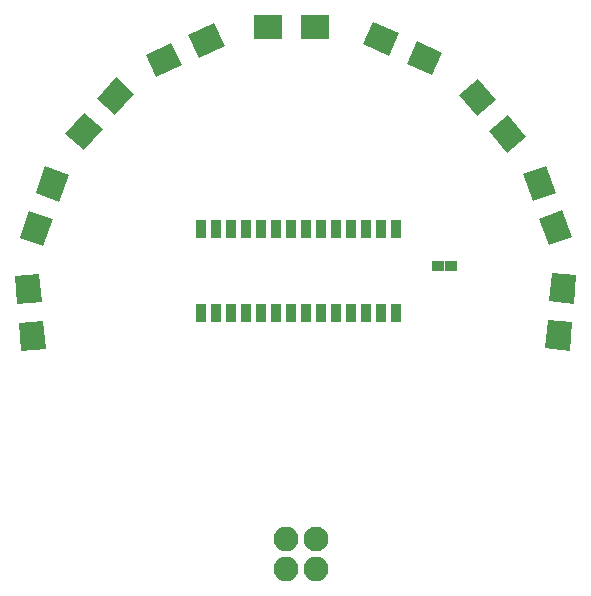
<source format=gbs>
G04 #@! TF.FileFunction,Soldermask,Bot*
%FSLAX46Y46*%
G04 Gerber Fmt 4.6, Leading zero omitted, Abs format (unit mm)*
G04 Created by KiCad (PCBNEW 4.0.7) date 05/30/18 20:17:34*
%MOMM*%
%LPD*%
G01*
G04 APERTURE LIST*
%ADD10C,0.100000*%
%ADD11R,0.908000X1.543000*%
%ADD12C,2.100000*%
%ADD13O,2.100000X2.100000*%
%ADD14R,1.000000X0.900000*%
%ADD15R,2.400000X2.100000*%
G04 APERTURE END LIST*
D10*
D11*
X91097100Y-94957900D03*
X92367100Y-94957900D03*
X93637100Y-94957900D03*
X94907100Y-94957900D03*
X96177100Y-94957900D03*
X97447100Y-94957900D03*
X98717100Y-94957900D03*
X99987100Y-94957900D03*
X101257100Y-94957900D03*
X102527100Y-94957900D03*
X103797100Y-94957900D03*
X105067100Y-94957900D03*
X106337100Y-94957900D03*
X107607100Y-94957900D03*
X107607100Y-102069900D03*
X106337100Y-102069900D03*
X105067100Y-102069900D03*
X103797100Y-102069900D03*
X102527100Y-102069900D03*
X101257100Y-102069900D03*
X99987100Y-102069900D03*
X98717100Y-102069900D03*
X97447100Y-102069900D03*
X96177100Y-102069900D03*
X94907100Y-102069900D03*
X93637100Y-102069900D03*
X92367100Y-102069900D03*
X91097100Y-102069900D03*
D12*
X100850700Y-121272300D03*
D13*
X100850700Y-123812300D03*
X98310700Y-121272300D03*
X98310700Y-123812300D03*
D14*
X112310000Y-98120200D03*
X111210000Y-98120200D03*
D10*
G36*
X111554419Y-80047534D02*
X110700272Y-81965980D01*
X108507763Y-80989812D01*
X109361910Y-79071366D01*
X111554419Y-80047534D01*
X111554419Y-80047534D01*
G37*
G36*
X107900237Y-78420588D02*
X107046090Y-80339034D01*
X104853581Y-79362866D01*
X105707728Y-77444420D01*
X107900237Y-78420588D01*
X107900237Y-78420588D01*
G37*
G36*
X75332298Y-98960891D02*
X77424307Y-98777864D01*
X77633480Y-101168731D01*
X75541471Y-101351758D01*
X75332298Y-98960891D01*
X75332298Y-98960891D01*
G37*
G36*
X75680920Y-102945669D02*
X77772929Y-102762642D01*
X77982102Y-105153509D01*
X75890093Y-105336536D01*
X75680920Y-102945669D01*
X75680920Y-102945669D01*
G37*
G36*
X77933387Y-89699463D02*
X79906741Y-90417705D01*
X79085893Y-92672967D01*
X77112539Y-91954725D01*
X77933387Y-89699463D01*
X77933387Y-89699463D01*
G37*
G36*
X76565307Y-93458233D02*
X78538661Y-94176475D01*
X77717813Y-96431737D01*
X75744459Y-95713495D01*
X76565307Y-93458233D01*
X76565307Y-93458233D01*
G37*
G36*
X83910916Y-82161749D02*
X85471520Y-83566923D01*
X83865606Y-85350471D01*
X82305002Y-83945297D01*
X83910916Y-82161749D01*
X83910916Y-82161749D01*
G37*
G36*
X81234394Y-85134329D02*
X82794998Y-86539503D01*
X81189084Y-88323051D01*
X79628480Y-86917877D01*
X81234394Y-85134329D01*
X81234394Y-85134329D01*
G37*
G36*
X92220036Y-77553598D02*
X93107535Y-79456844D01*
X90932396Y-80471128D01*
X90044897Y-78567882D01*
X92220036Y-77553598D01*
X92220036Y-77553598D01*
G37*
G36*
X88594804Y-79244072D02*
X89482303Y-81147318D01*
X87307164Y-82161602D01*
X86419665Y-80258356D01*
X88594804Y-79244072D01*
X88594804Y-79244072D01*
G37*
D15*
X100755200Y-77876400D03*
X96755200Y-77876400D03*
D10*
G36*
X118634467Y-87171215D02*
X117025773Y-88521069D01*
X115483083Y-86682563D01*
X117091777Y-85332709D01*
X118634467Y-87171215D01*
X118634467Y-87171215D01*
G37*
G36*
X116063317Y-84107037D02*
X114454623Y-85456891D01*
X112911933Y-83618385D01*
X114520627Y-82268531D01*
X116063317Y-84107037D01*
X116063317Y-84107037D01*
G37*
G36*
X122527941Y-95662695D02*
X120554587Y-96380937D01*
X119733739Y-94125675D01*
X121707093Y-93407433D01*
X122527941Y-95662695D01*
X122527941Y-95662695D01*
G37*
G36*
X121159861Y-91903925D02*
X119186507Y-92622167D01*
X118365659Y-90366905D01*
X120339013Y-89648663D01*
X121159861Y-91903925D01*
X121159861Y-91903925D01*
G37*
G36*
X122331507Y-105285736D02*
X120239498Y-105102709D01*
X120448671Y-102711842D01*
X122540680Y-102894869D01*
X122331507Y-105285736D01*
X122331507Y-105285736D01*
G37*
G36*
X122680129Y-101300958D02*
X120588120Y-101117931D01*
X120797293Y-98727064D01*
X122889302Y-98910091D01*
X122680129Y-101300958D01*
X122680129Y-101300958D01*
G37*
M02*

</source>
